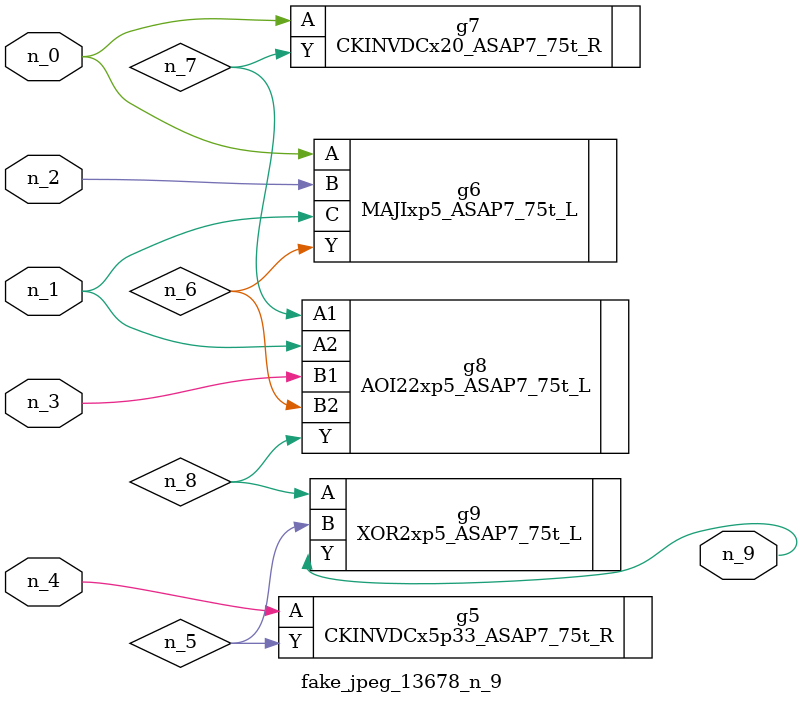
<source format=v>
module fake_jpeg_13678_n_9 (n_3, n_2, n_1, n_0, n_4, n_9);

input n_3;
input n_2;
input n_1;
input n_0;
input n_4;

output n_9;

wire n_8;
wire n_6;
wire n_5;
wire n_7;

CKINVDCx5p33_ASAP7_75t_R g5 ( 
.A(n_4),
.Y(n_5)
);

MAJIxp5_ASAP7_75t_L g6 ( 
.A(n_0),
.B(n_2),
.C(n_1),
.Y(n_6)
);

CKINVDCx20_ASAP7_75t_R g7 ( 
.A(n_0),
.Y(n_7)
);

AOI22xp5_ASAP7_75t_L g8 ( 
.A1(n_7),
.A2(n_1),
.B1(n_3),
.B2(n_6),
.Y(n_8)
);

XOR2xp5_ASAP7_75t_L g9 ( 
.A(n_8),
.B(n_5),
.Y(n_9)
);


endmodule
</source>
